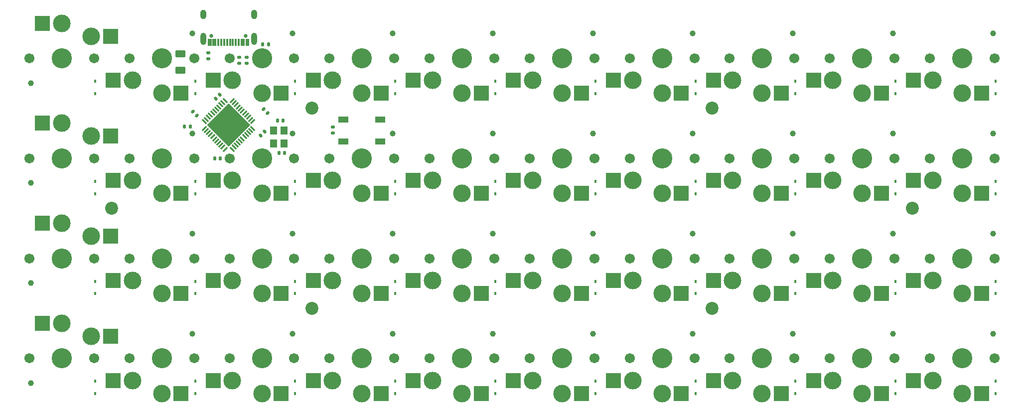
<source format=gbs>
%TF.GenerationSoftware,KiCad,Pcbnew,(6.0.4-0)*%
%TF.CreationDate,2023-02-28T23:00:37-06:00*%
%TF.ProjectId,bancouver40_cfx,62616e63-6f75-4766-9572-34305f636678,rev?*%
%TF.SameCoordinates,Original*%
%TF.FileFunction,Soldermask,Bot*%
%TF.FilePolarity,Negative*%
%FSLAX46Y46*%
G04 Gerber Fmt 4.6, Leading zero omitted, Abs format (unit mm)*
G04 Created by KiCad (PCBNEW (6.0.4-0)) date 2023-02-28 23:00:37*
%MOMM*%
%LPD*%
G01*
G04 APERTURE LIST*
G04 Aperture macros list*
%AMRoundRect*
0 Rectangle with rounded corners*
0 $1 Rounding radius*
0 $2 $3 $4 $5 $6 $7 $8 $9 X,Y pos of 4 corners*
0 Add a 4 corners polygon primitive as box body*
4,1,4,$2,$3,$4,$5,$6,$7,$8,$9,$2,$3,0*
0 Add four circle primitives for the rounded corners*
1,1,$1+$1,$2,$3*
1,1,$1+$1,$4,$5*
1,1,$1+$1,$6,$7*
1,1,$1+$1,$8,$9*
0 Add four rect primitives between the rounded corners*
20,1,$1+$1,$2,$3,$4,$5,0*
20,1,$1+$1,$4,$5,$6,$7,0*
20,1,$1+$1,$6,$7,$8,$9,0*
20,1,$1+$1,$8,$9,$2,$3,0*%
%AMRotRect*
0 Rectangle, with rotation*
0 The origin of the aperture is its center*
0 $1 length*
0 $2 width*
0 $3 Rotation angle, in degrees counterclockwise*
0 Add horizontal line*
21,1,$1,$2,0,0,$3*%
G04 Aperture macros list end*
%ADD10C,3.429000*%
%ADD11C,1.701800*%
%ADD12C,3.000000*%
%ADD13C,0.990600*%
%ADD14R,2.600000X2.600000*%
%ADD15C,2.200000*%
%ADD16R,0.450000X0.600000*%
%ADD17RoundRect,0.140000X0.219203X0.021213X0.021213X0.219203X-0.219203X-0.021213X-0.021213X-0.219203X0*%
%ADD18RoundRect,0.135000X-0.185000X0.135000X-0.185000X-0.135000X0.185000X-0.135000X0.185000X0.135000X0*%
%ADD19RoundRect,0.140000X0.021213X-0.219203X0.219203X-0.021213X-0.021213X0.219203X-0.219203X0.021213X0*%
%ADD20RoundRect,0.062500X0.291682X0.380070X-0.380070X-0.291682X-0.291682X-0.380070X0.380070X0.291682X0*%
%ADD21RoundRect,0.062500X-0.291682X0.380070X-0.380070X0.291682X0.291682X-0.380070X0.380070X-0.291682X0*%
%ADD22RotRect,5.200000X5.200000X225.000000*%
%ADD23RoundRect,0.140000X-0.140000X-0.170000X0.140000X-0.170000X0.140000X0.170000X-0.140000X0.170000X0*%
%ADD24R,1.200000X1.400000*%
%ADD25RoundRect,0.140000X-0.021213X0.219203X-0.219203X0.021213X0.021213X-0.219203X0.219203X-0.021213X0*%
%ADD26RoundRect,0.135000X0.135000X0.185000X-0.135000X0.185000X-0.135000X-0.185000X0.135000X-0.185000X0*%
%ADD27R,1.800000X1.100000*%
%ADD28RoundRect,0.135000X-0.135000X-0.185000X0.135000X-0.185000X0.135000X0.185000X-0.135000X0.185000X0*%
%ADD29RoundRect,0.140000X0.140000X0.170000X-0.140000X0.170000X-0.140000X-0.170000X0.140000X-0.170000X0*%
%ADD30C,0.650000*%
%ADD31R,0.300000X1.150000*%
%ADD32O,1.000000X2.100000*%
%ADD33O,1.000000X1.600000*%
%ADD34RoundRect,0.250000X-0.625000X0.375000X-0.625000X-0.375000X0.625000X-0.375000X0.625000X0.375000X0*%
%ADD35RoundRect,0.140000X-0.219203X-0.021213X-0.021213X-0.219203X0.219203X0.021213X0.021213X0.219203X0*%
G04 APERTURE END LIST*
D10*
%TO.C,SW25*%
X150874929Y-57374973D03*
D11*
X156374929Y-57374973D03*
D12*
X150874929Y-63324973D03*
D11*
X145374929Y-57374973D03*
D12*
X145874929Y-61124973D03*
D13*
X156094929Y-53174973D03*
D14*
X154149929Y-63324973D03*
X142599929Y-61124973D03*
%TD*%
D11*
%TO.C,SW17*%
X190374913Y-40374981D03*
D12*
X184874913Y-46324981D03*
D11*
X179374913Y-40374981D03*
D12*
X179874913Y-44124981D03*
D10*
X184874913Y-40374981D03*
D13*
X190094913Y-36174981D03*
D14*
X188149913Y-46324981D03*
X176599913Y-44124981D03*
%TD*%
D12*
%TO.C,SW23*%
X116874945Y-63324973D03*
D10*
X116874945Y-57374973D03*
D11*
X111374945Y-57374973D03*
D12*
X111874945Y-61124973D03*
D11*
X122374945Y-57374973D03*
D13*
X122094945Y-53174973D03*
D14*
X120149945Y-63324973D03*
X108599945Y-61124973D03*
%TD*%
D11*
%TO.C,SW26*%
X173374921Y-57374973D03*
D12*
X167874921Y-63324973D03*
X162874921Y-61124973D03*
D13*
X173094921Y-53174973D03*
D10*
X167874921Y-57374973D03*
D11*
X162374921Y-57374973D03*
D14*
X171149921Y-63324973D03*
X159599921Y-61124973D03*
%TD*%
D10*
%TO.C,SW13*%
X116874945Y-40374981D03*
D11*
X111374945Y-40374981D03*
D13*
X122094945Y-36174981D03*
D12*
X111874945Y-44124981D03*
D11*
X122374945Y-40374981D03*
D12*
X116874945Y-46324981D03*
D14*
X120149945Y-46324981D03*
X108599945Y-44124981D03*
%TD*%
D15*
%TO.C,H4*%
X227374893Y-48874977D03*
%TD*%
D12*
%TO.C,SW20*%
X230874889Y-44124981D03*
D11*
X241374889Y-40374981D03*
X230374889Y-40374981D03*
D12*
X235874889Y-46324981D03*
D10*
X235874889Y-40374981D03*
D13*
X241094889Y-36174981D03*
D14*
X239149889Y-46324981D03*
X227599889Y-44124981D03*
%TD*%
D11*
%TO.C,SW16*%
X162374921Y-40374981D03*
X173374921Y-40374981D03*
D13*
X173094921Y-36174981D03*
D12*
X162874921Y-44124981D03*
X167874921Y-46324981D03*
D10*
X167874921Y-40374981D03*
D14*
X171149921Y-46324981D03*
X159599921Y-44124981D03*
%TD*%
D12*
%TO.C,SW4*%
X128874937Y-27124989D03*
X133874937Y-29324989D03*
D10*
X133874937Y-23374989D03*
D13*
X139094937Y-19174989D03*
D11*
X128374937Y-23374989D03*
X139374937Y-23374989D03*
D14*
X137149937Y-29324989D03*
X125599937Y-27124989D03*
%TD*%
D10*
%TO.C,SW1*%
X82874961Y-23374989D03*
D12*
X82874961Y-17424989D03*
X87874961Y-19624989D03*
D11*
X77374961Y-23374989D03*
X88374961Y-23374989D03*
D13*
X77654961Y-27574989D03*
D14*
X79599961Y-17424989D03*
X91149961Y-19624989D03*
%TD*%
D12*
%TO.C,SW29*%
X218874897Y-63324973D03*
D10*
X218874897Y-57374973D03*
D11*
X224374897Y-57374973D03*
D13*
X224094897Y-53174973D03*
D11*
X213374897Y-57374973D03*
D12*
X213874897Y-61124973D03*
D14*
X222149897Y-63324973D03*
X210599897Y-61124973D03*
%TD*%
D12*
%TO.C,SW15*%
X150874929Y-46324981D03*
D11*
X156374929Y-40374981D03*
D13*
X156094929Y-36174981D03*
D11*
X145374929Y-40374981D03*
D12*
X145874929Y-44124981D03*
D10*
X150874929Y-40374981D03*
D14*
X154149929Y-46324981D03*
X142599929Y-44124981D03*
%TD*%
D11*
%TO.C,SW34*%
X139374937Y-74374965D03*
D13*
X139094937Y-70174965D03*
D10*
X133874937Y-74374965D03*
D11*
X128374937Y-74374965D03*
D12*
X133874937Y-80324965D03*
X128874937Y-78124965D03*
D14*
X137149937Y-80324965D03*
X125599937Y-78124965D03*
%TD*%
D10*
%TO.C,SW6*%
X167874921Y-23374989D03*
D12*
X167874921Y-29324989D03*
D11*
X173374921Y-23374989D03*
D12*
X162874921Y-27124989D03*
D13*
X173094921Y-19174989D03*
D11*
X162374921Y-23374989D03*
D14*
X171149921Y-29324989D03*
X159599921Y-27124989D03*
%TD*%
D13*
%TO.C,SW10*%
X241094889Y-19174989D03*
D12*
X230874889Y-27124989D03*
D10*
X235874889Y-23374989D03*
D12*
X235874889Y-29324989D03*
D11*
X230374889Y-23374989D03*
X241374889Y-23374989D03*
D14*
X239149889Y-29324989D03*
X227599889Y-27124989D03*
%TD*%
D13*
%TO.C,SW33*%
X122094945Y-70174965D03*
D12*
X111874945Y-78124965D03*
D11*
X122374945Y-74374965D03*
D10*
X116874945Y-74374965D03*
D12*
X116874945Y-80324965D03*
D11*
X111374945Y-74374965D03*
D14*
X120149945Y-80324965D03*
X108599945Y-78124965D03*
%TD*%
D13*
%TO.C,SW27*%
X190094913Y-53174973D03*
D11*
X190374913Y-57374973D03*
D12*
X184874913Y-63324973D03*
D11*
X179374913Y-57374973D03*
D10*
X184874913Y-57374973D03*
D12*
X179874913Y-61124973D03*
D14*
X188149913Y-63324973D03*
X176599913Y-61124973D03*
%TD*%
D11*
%TO.C,SW30*%
X230374889Y-57374973D03*
X241374889Y-57374973D03*
D13*
X241094889Y-53174973D03*
D12*
X230874889Y-61124973D03*
X235874889Y-63324973D03*
D10*
X235874889Y-57374973D03*
D14*
X239149889Y-63324973D03*
X227599889Y-61124973D03*
%TD*%
D15*
%TO.C,H5*%
X125374941Y-65874969D03*
%TD*%
%TO.C,H2*%
X193374909Y-31874985D03*
%TD*%
D11*
%TO.C,SW7*%
X190374913Y-23374989D03*
D12*
X184874913Y-29324989D03*
X179874913Y-27124989D03*
D11*
X179374913Y-23374989D03*
D10*
X184874913Y-23374989D03*
D13*
X190094913Y-19174989D03*
D14*
X188149913Y-29324989D03*
X176599913Y-27124989D03*
%TD*%
D12*
%TO.C,SW19*%
X213874897Y-44124981D03*
X218874897Y-46324981D03*
D10*
X218874897Y-40374981D03*
D11*
X213374897Y-40374981D03*
X224374897Y-40374981D03*
D13*
X224094897Y-36174981D03*
D14*
X222149897Y-46324981D03*
X210599897Y-44124981D03*
%TD*%
D12*
%TO.C,SW40*%
X235874889Y-80324965D03*
D10*
X235874889Y-74374965D03*
D13*
X241094889Y-70174965D03*
D11*
X230374889Y-74374965D03*
X241374889Y-74374965D03*
D12*
X230874889Y-78124965D03*
D14*
X239149889Y-80324965D03*
X227599889Y-78124965D03*
%TD*%
D15*
%TO.C,H6*%
X193374909Y-65874969D03*
%TD*%
D11*
%TO.C,SW24*%
X139374937Y-57374973D03*
D13*
X139094937Y-53174973D03*
D12*
X128874937Y-61124973D03*
D10*
X133874937Y-57374973D03*
D12*
X133874937Y-63324973D03*
D11*
X128374937Y-57374973D03*
D14*
X137149937Y-63324973D03*
X125599937Y-61124973D03*
%TD*%
D12*
%TO.C,SW32*%
X99874953Y-80324965D03*
X94874953Y-78124965D03*
D11*
X105374953Y-74374965D03*
D10*
X99874953Y-74374965D03*
D13*
X105094953Y-70174965D03*
D11*
X94374953Y-74374965D03*
D14*
X103149953Y-80324965D03*
X91599953Y-78124965D03*
%TD*%
D12*
%TO.C,SW5*%
X150874929Y-29324989D03*
D10*
X150874929Y-23374989D03*
D13*
X156094929Y-19174989D03*
D11*
X156374929Y-23374989D03*
X145374929Y-23374989D03*
D12*
X145874929Y-27124989D03*
D14*
X154149929Y-29324989D03*
X142599929Y-27124989D03*
%TD*%
D11*
%TO.C,SW31*%
X88374961Y-74374965D03*
D12*
X87874961Y-70624965D03*
D10*
X82874961Y-74374965D03*
D11*
X77374961Y-74374965D03*
D13*
X77654961Y-78574965D03*
D12*
X82874961Y-68424965D03*
D14*
X79599961Y-68424965D03*
X91149961Y-70624965D03*
%TD*%
D12*
%TO.C,SW38*%
X201874905Y-80324965D03*
D13*
X207094905Y-70174965D03*
D10*
X201874905Y-74374965D03*
D11*
X196374905Y-74374965D03*
D12*
X196874905Y-78124965D03*
D11*
X207374905Y-74374965D03*
D14*
X205149905Y-80324965D03*
X193599905Y-78124965D03*
%TD*%
D11*
%TO.C,SW35*%
X145374929Y-74374965D03*
D10*
X150874929Y-74374965D03*
D11*
X156374929Y-74374965D03*
D12*
X145874929Y-78124965D03*
X150874929Y-80324965D03*
D13*
X156094929Y-70174965D03*
D14*
X154149929Y-80324965D03*
X142599929Y-78124965D03*
%TD*%
D13*
%TO.C,SW18*%
X207094905Y-36174981D03*
D11*
X196374905Y-40374981D03*
X207374905Y-40374981D03*
D12*
X201874905Y-46324981D03*
D10*
X201874905Y-40374981D03*
D12*
X196874905Y-44124981D03*
D14*
X205149905Y-46324981D03*
X193599905Y-44124981D03*
%TD*%
D12*
%TO.C,SW3*%
X116874945Y-29324989D03*
D11*
X111374945Y-23374989D03*
D12*
X111874945Y-27124989D03*
D11*
X122374945Y-23374989D03*
D13*
X122094945Y-19174989D03*
D10*
X116874945Y-23374989D03*
D14*
X120149945Y-29324989D03*
X108599945Y-27124989D03*
%TD*%
D10*
%TO.C,SW9*%
X218874897Y-23374989D03*
D11*
X224374897Y-23374989D03*
X213374897Y-23374989D03*
D12*
X218874897Y-29324989D03*
X213874897Y-27124989D03*
D13*
X224094897Y-19174989D03*
D14*
X222149897Y-29324989D03*
X210599897Y-27124989D03*
%TD*%
D13*
%TO.C,SW14*%
X139094937Y-36174981D03*
D11*
X128374937Y-40374981D03*
X139374937Y-40374981D03*
D12*
X128874937Y-44124981D03*
D10*
X133874937Y-40374981D03*
D12*
X133874937Y-46324981D03*
D14*
X137149937Y-46324981D03*
X125599937Y-44124981D03*
%TD*%
D12*
%TO.C,SW21*%
X87874961Y-53624973D03*
X82874961Y-51424973D03*
D11*
X77374961Y-57374973D03*
X88374961Y-57374973D03*
D10*
X82874961Y-57374973D03*
D13*
X77654961Y-61574973D03*
D14*
X79599961Y-51424973D03*
X91149961Y-53624973D03*
%TD*%
D12*
%TO.C,SW2*%
X94874953Y-27124989D03*
D10*
X99874953Y-23374989D03*
D13*
X105094953Y-19174989D03*
D12*
X99874953Y-29324989D03*
D11*
X94374953Y-23374989D03*
X105374953Y-23374989D03*
D14*
X103149953Y-29324989D03*
X91599953Y-27124989D03*
%TD*%
D12*
%TO.C,SW12*%
X94874953Y-44124981D03*
D13*
X105094953Y-36174981D03*
D12*
X99874953Y-46324981D03*
D10*
X99874953Y-40374981D03*
D11*
X105374953Y-40374981D03*
X94374953Y-40374981D03*
D14*
X103149953Y-46324981D03*
X91599953Y-44124981D03*
%TD*%
D12*
%TO.C,SW36*%
X162874921Y-78124965D03*
D11*
X173374921Y-74374965D03*
D12*
X167874921Y-80324965D03*
D10*
X167874921Y-74374965D03*
D13*
X173094921Y-70174965D03*
D11*
X162374921Y-74374965D03*
D14*
X171149921Y-80324965D03*
X159599921Y-78124965D03*
%TD*%
D11*
%TO.C,SW22*%
X94374953Y-57374973D03*
D12*
X99874953Y-63324973D03*
D13*
X105094953Y-53174973D03*
D11*
X105374953Y-57374973D03*
D10*
X99874953Y-57374973D03*
D12*
X94874953Y-61124973D03*
D14*
X103149953Y-63324973D03*
X91599953Y-61124973D03*
%TD*%
D11*
%TO.C,SW28*%
X196374905Y-57374973D03*
X207374905Y-57374973D03*
D12*
X201874905Y-63324973D03*
D13*
X207094905Y-53174973D03*
D12*
X196874905Y-61124973D03*
D10*
X201874905Y-57374973D03*
D14*
X205149905Y-63324973D03*
X193599905Y-61124973D03*
%TD*%
D15*
%TO.C,H3*%
X91374957Y-48874977D03*
%TD*%
D11*
%TO.C,SW37*%
X179374913Y-74374965D03*
D10*
X184874913Y-74374965D03*
D12*
X179874913Y-78124965D03*
X184874913Y-80324965D03*
D11*
X190374913Y-74374965D03*
D13*
X190094913Y-70174965D03*
D14*
X188149913Y-80324965D03*
X176599913Y-78124965D03*
%TD*%
D11*
%TO.C,SW11*%
X88374961Y-40374981D03*
X77374961Y-40374981D03*
D12*
X87874961Y-36624981D03*
D13*
X77654961Y-44574981D03*
D12*
X82874961Y-34424981D03*
D10*
X82874961Y-40374981D03*
D14*
X79599961Y-34424981D03*
X91149961Y-36624981D03*
%TD*%
D13*
%TO.C,SW39*%
X224094897Y-70174965D03*
D12*
X213874897Y-78124965D03*
X218874897Y-80324965D03*
D11*
X213374897Y-74374965D03*
D10*
X218874897Y-74374965D03*
D11*
X224374897Y-74374965D03*
D14*
X222149897Y-80324965D03*
X210599897Y-78124965D03*
%TD*%
D15*
%TO.C,H1*%
X125374941Y-31874985D03*
%TD*%
D10*
%TO.C,SW8*%
X201874905Y-23374989D03*
D12*
X201874905Y-29324989D03*
D13*
X207094905Y-19174989D03*
D12*
X196874905Y-27124989D03*
D11*
X196374905Y-23374989D03*
X207374905Y-23374989D03*
D14*
X205149905Y-29324989D03*
X193599905Y-27124989D03*
%TD*%
D16*
%TO.C,D35*%
X156541593Y-78283296D03*
X156541593Y-80383296D03*
%TD*%
%TO.C,D31*%
X88541625Y-78283296D03*
X88541625Y-80383296D03*
%TD*%
%TO.C,D30*%
X241541553Y-61283304D03*
X241541553Y-63383304D03*
%TD*%
%TO.C,D34*%
X139541601Y-78283296D03*
X139541601Y-80383296D03*
%TD*%
D17*
%TO.C,C5*%
X105839411Y-33089411D03*
X105160589Y-32410589D03*
%TD*%
D18*
%TO.C,R4*%
X114250000Y-23240000D03*
X114250000Y-24260000D03*
%TD*%
D16*
%TO.C,D11*%
X88541625Y-44283312D03*
X88541625Y-46383312D03*
%TD*%
%TO.C,D8*%
X207541569Y-27283320D03*
X207541569Y-29383320D03*
%TD*%
%TO.C,D22*%
X105541617Y-61283304D03*
X105541617Y-63383304D03*
%TD*%
%TO.C,D24*%
X139541601Y-61283304D03*
X139541601Y-63383304D03*
%TD*%
D19*
%TO.C,C4*%
X116660589Y-36539411D03*
X117339411Y-35860589D03*
%TD*%
D20*
%TO.C,U1*%
X111800483Y-30580581D03*
X112154036Y-30934135D03*
X112507590Y-31287688D03*
X112861143Y-31641241D03*
X113214696Y-31994795D03*
X113568250Y-32348348D03*
X113921803Y-32701902D03*
X114275357Y-33055455D03*
X114628910Y-33409008D03*
X114982463Y-33762562D03*
X115336017Y-34116115D03*
D21*
X115336017Y-35300519D03*
X114982463Y-35654072D03*
X114628910Y-36007626D03*
X114275357Y-36361179D03*
X113921803Y-36714732D03*
X113568250Y-37068286D03*
X113214696Y-37421839D03*
X112861143Y-37775393D03*
X112507590Y-38128946D03*
X112154036Y-38482499D03*
X111800483Y-38836053D03*
D20*
X110616079Y-38836053D03*
X110262526Y-38482499D03*
X109908972Y-38128946D03*
X109555419Y-37775393D03*
X109201866Y-37421839D03*
X108848312Y-37068286D03*
X108494759Y-36714732D03*
X108141205Y-36361179D03*
X107787652Y-36007626D03*
X107434099Y-35654072D03*
X107080545Y-35300519D03*
D21*
X107080545Y-34116115D03*
X107434099Y-33762562D03*
X107787652Y-33409008D03*
X108141205Y-33055455D03*
X108494759Y-32701902D03*
X108848312Y-32348348D03*
X109201866Y-31994795D03*
X109555419Y-31641241D03*
X109908972Y-31287688D03*
X110262526Y-30934135D03*
X110616079Y-30580581D03*
D22*
X111208281Y-34708317D03*
%TD*%
D16*
%TO.C,D27*%
X190541577Y-61283304D03*
X190541577Y-63383304D03*
%TD*%
%TO.C,D4*%
X139541601Y-27283320D03*
X139541601Y-29383320D03*
%TD*%
%TO.C,D40*%
X241541553Y-78283296D03*
X241541553Y-80383296D03*
%TD*%
%TO.C,D29*%
X224541561Y-61283304D03*
X224541561Y-63383304D03*
%TD*%
%TO.C,D28*%
X207541569Y-61283304D03*
X207541569Y-63383304D03*
%TD*%
%TO.C,D33*%
X122541609Y-78283296D03*
X122541609Y-80383296D03*
%TD*%
%TO.C,D15*%
X156541593Y-44283312D03*
X156541593Y-46383312D03*
%TD*%
%TO.C,D9*%
X224541561Y-27283320D03*
X224541561Y-29383320D03*
%TD*%
%TO.C,D21*%
X88541625Y-61283304D03*
X88541625Y-63383304D03*
%TD*%
D23*
%TO.C,C2*%
X119520000Y-34000000D03*
X120480000Y-34000000D03*
%TD*%
D24*
%TO.C,Y1*%
X118900000Y-37850000D03*
X118900000Y-35650000D03*
X120600000Y-35650000D03*
X120600000Y-37850000D03*
%TD*%
D16*
%TO.C,D32*%
X105541617Y-78283296D03*
X105541617Y-80383296D03*
%TD*%
D18*
%TO.C,R5*%
X113000000Y-23240000D03*
X113000000Y-24260000D03*
%TD*%
D16*
%TO.C,D19*%
X224541561Y-44283312D03*
X224541561Y-46383312D03*
%TD*%
%TO.C,D10*%
X241541553Y-27283320D03*
X241541553Y-29383320D03*
%TD*%
%TO.C,D14*%
X139541601Y-44283312D03*
X139541601Y-46383312D03*
%TD*%
%TO.C,D6*%
X173541585Y-27283320D03*
X173541585Y-29383320D03*
%TD*%
D25*
%TO.C,C7*%
X109689411Y-29535589D03*
X109010589Y-30214411D03*
%TD*%
D16*
%TO.C,D18*%
X207541569Y-44283312D03*
X207541569Y-46383312D03*
%TD*%
D26*
%TO.C,R6*%
X104760000Y-35000000D03*
X103740000Y-35000000D03*
%TD*%
D16*
%TO.C,D16*%
X173541585Y-44283312D03*
X173541585Y-46383312D03*
%TD*%
%TO.C,D13*%
X122541609Y-44283312D03*
X122541609Y-46383312D03*
%TD*%
%TO.C,D25*%
X156541593Y-61283304D03*
X156541593Y-63383304D03*
%TD*%
D27*
%TO.C,B1*%
X136940000Y-33820000D03*
X130740000Y-33820000D03*
X136940000Y-37520000D03*
X130740000Y-37520000D03*
%TD*%
D16*
%TO.C,D26*%
X173541585Y-61283304D03*
X173541585Y-63383304D03*
%TD*%
%TO.C,D1*%
X88541625Y-27283320D03*
X88541625Y-29383320D03*
%TD*%
%TO.C,D3*%
X122541609Y-27283320D03*
X122541609Y-29383320D03*
%TD*%
D23*
%TO.C,C6*%
X108831615Y-40374981D03*
X109791615Y-40374981D03*
%TD*%
D16*
%TO.C,D7*%
X190541577Y-27283320D03*
X190541577Y-29383320D03*
%TD*%
D28*
%TO.C,R3*%
X116990000Y-21000000D03*
X118010000Y-21000000D03*
%TD*%
D16*
%TO.C,D23*%
X122541609Y-61283304D03*
X122541609Y-63383304D03*
%TD*%
D29*
%TO.C,C1*%
X120730000Y-39500000D03*
X119770000Y-39500000D03*
%TD*%
D16*
%TO.C,D17*%
X190541577Y-44283312D03*
X190541577Y-46383312D03*
%TD*%
D30*
%TO.C,J1*%
X108318281Y-19604992D03*
X114098281Y-19604992D03*
D31*
X107858281Y-20669992D03*
X108658281Y-20669992D03*
X109958281Y-20669992D03*
X110958281Y-20669992D03*
X111458281Y-20669992D03*
X112458281Y-20669992D03*
X113758281Y-20669992D03*
X114558281Y-20669992D03*
X114258281Y-20669992D03*
X113458281Y-20669992D03*
X112958281Y-20669992D03*
X111958281Y-20669992D03*
X110458281Y-20669992D03*
X109458281Y-20669992D03*
X108958281Y-20669992D03*
X108158281Y-20669992D03*
D32*
X106888281Y-20104992D03*
D33*
X106888281Y-15924992D03*
X115528281Y-15924992D03*
D32*
X115528281Y-20104992D03*
%TD*%
D16*
%TO.C,D12*%
X105541617Y-44283312D03*
X105541617Y-46383312D03*
%TD*%
%TO.C,D5*%
X156541593Y-27283320D03*
X156541593Y-29383320D03*
%TD*%
%TO.C,D37*%
X190541577Y-78283296D03*
X190541577Y-80383296D03*
%TD*%
%TO.C,D36*%
X173541585Y-78283296D03*
X173541585Y-80383296D03*
%TD*%
D34*
%TO.C,F1*%
X103000000Y-22600000D03*
X103000000Y-25400000D03*
%TD*%
D35*
%TO.C,C3*%
X117140589Y-31980589D03*
X117819411Y-32659411D03*
%TD*%
D18*
%TO.C,R2*%
X107750000Y-22480000D03*
X107750000Y-23500000D03*
%TD*%
D16*
%TO.C,D39*%
X224541561Y-78283296D03*
X224541561Y-80383296D03*
%TD*%
D18*
%TO.C,R1*%
X128950000Y-35100000D03*
X128950000Y-36120000D03*
%TD*%
D16*
%TO.C,D20*%
X241541553Y-44283312D03*
X241541553Y-46383312D03*
%TD*%
%TO.C,D38*%
X207541569Y-78283296D03*
X207541569Y-80383296D03*
%TD*%
%TO.C,D2*%
X105541617Y-27283320D03*
X105541617Y-29383320D03*
%TD*%
M02*

</source>
